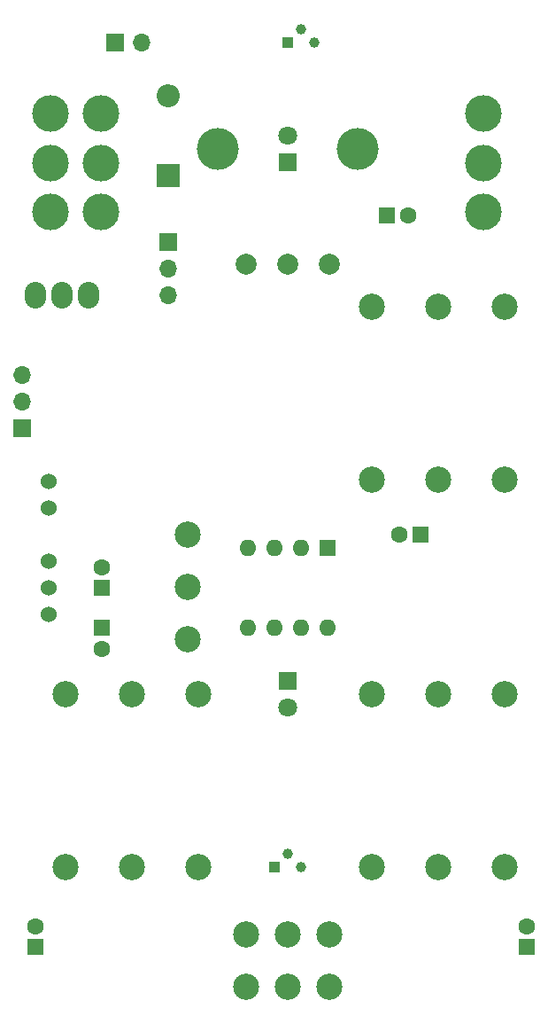
<source format=gbs>
G04 #@! TF.FileFunction,Soldermask,Bot*
%FSLAX46Y46*%
G04 Gerber Fmt 4.6, Leading zero omitted, Abs format (unit mm)*
G04 Created by KiCad (PCBNEW 4.0.1-stable) date 2017年08月20日日曜日 22:05:08*
%MOMM*%
G01*
G04 APERTURE LIST*
%ADD10C,0.100000*%
%ADD11C,2.500000*%
%ADD12R,1.600000X1.600000*%
%ADD13C,1.600000*%
%ADD14C,4.000000*%
%ADD15C,2.000000*%
%ADD16R,2.200000X2.200000*%
%ADD17O,2.200000X2.200000*%
%ADD18R,1.800000X1.800000*%
%ADD19C,1.800000*%
%ADD20R,1.700000X1.700000*%
%ADD21O,1.700000X1.700000*%
%ADD22C,1.000000*%
%ADD23R,1.000000X1.000000*%
%ADD24C,3.500000*%
%ADD25O,2.032000X2.540000*%
%ADD26O,1.600000X1.600000*%
%ADD27C,1.524000*%
G04 APERTURE END LIST*
D10*
D11*
X136300000Y-121750000D03*
X142650000Y-121750000D03*
X149000000Y-121750000D03*
X136300000Y-138250000D03*
X142650000Y-138250000D03*
X149000000Y-138250000D03*
D12*
X137795000Y-113030000D03*
D13*
X139795000Y-113030000D03*
D14*
X121570000Y-106680000D03*
D15*
X132270000Y-117680000D03*
X128270000Y-117680000D03*
X124270000Y-117680000D03*
D14*
X134970000Y-106680000D03*
D11*
X119700000Y-175250000D03*
X113350000Y-175250000D03*
X107000000Y-175250000D03*
X119700000Y-158750000D03*
X113350000Y-158750000D03*
X107000000Y-158750000D03*
X136300000Y-158750000D03*
X142650000Y-158750000D03*
X149000000Y-158750000D03*
X136300000Y-175250000D03*
X142650000Y-175250000D03*
X149000000Y-175250000D03*
D12*
X140970000Y-143510000D03*
D13*
X138970000Y-143510000D03*
D12*
X151130000Y-182880000D03*
D13*
X151130000Y-180880000D03*
D12*
X110490000Y-152400000D03*
D13*
X110490000Y-154400000D03*
D12*
X110490000Y-148590000D03*
D13*
X110490000Y-146590000D03*
D12*
X104140000Y-182880000D03*
D13*
X104140000Y-180880000D03*
D16*
X116840000Y-109220000D03*
D17*
X116840000Y-101600000D03*
D18*
X128270000Y-157480000D03*
D19*
X128270000Y-160020000D03*
D18*
X128270000Y-107950000D03*
D19*
X128270000Y-105410000D03*
D20*
X102870000Y-133350000D03*
D21*
X102870000Y-130810000D03*
X102870000Y-128270000D03*
D20*
X116840000Y-115570000D03*
D21*
X116840000Y-118110000D03*
X116840000Y-120650000D03*
D20*
X111760000Y-96520000D03*
D21*
X114300000Y-96520000D03*
D22*
X128270000Y-173990000D03*
X129540000Y-175260000D03*
D23*
X127000000Y-175260000D03*
D22*
X129540000Y-95250000D03*
X130810000Y-96520000D03*
D23*
X128270000Y-96520000D03*
D11*
X118745000Y-148510000D03*
X118745000Y-153510000D03*
X118745000Y-143510000D03*
X132270000Y-186650000D03*
X128270000Y-186650000D03*
X124270000Y-186650000D03*
X124270000Y-181650000D03*
X132270000Y-181650000D03*
X128270000Y-181650000D03*
D24*
X147000000Y-103300000D03*
X147000000Y-108000000D03*
X147000000Y-112700000D03*
X110410000Y-103300000D03*
X110410000Y-108000000D03*
X110410000Y-112700000D03*
X105590000Y-103300000D03*
X105590000Y-108000000D03*
X105590000Y-112700000D03*
D25*
X106680000Y-120650000D03*
X109220000Y-120650000D03*
X104140000Y-120650000D03*
D12*
X132080000Y-144780000D03*
D26*
X124460000Y-152400000D03*
X129540000Y-144780000D03*
X127000000Y-152400000D03*
X127000000Y-144780000D03*
X129540000Y-152400000D03*
X124460000Y-144780000D03*
X132080000Y-152400000D03*
D27*
X105410000Y-138430000D03*
X105410000Y-140970000D03*
X105410000Y-146050000D03*
X105410000Y-148590000D03*
X105410000Y-151130000D03*
M02*

</source>
